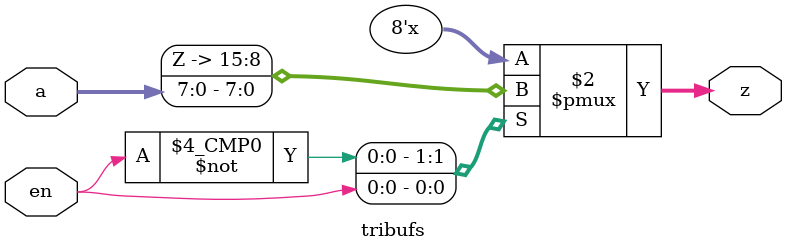
<source format=v>
`timescale 1ns / 1ps

module tribufs(a,en,z);
  input [7:0] a;
  input en;
  output [7:0] z;
  
  reg [7:0] z;
  
  always@(a,en)
    begin
    case (en)
      1'b0:z=8'bzzzzzzzz;
      1'b1: z=a;
      default : ;
    endcase
    end
endmodule

</source>
